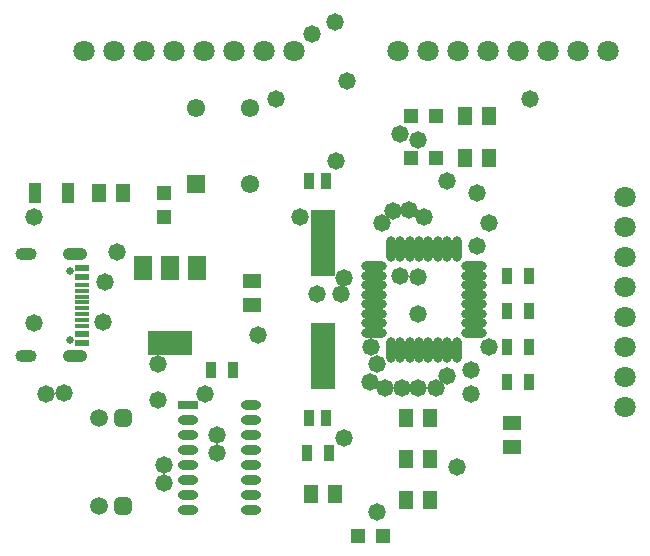
<source format=gts>
G04*
G04 #@! TF.GenerationSoftware,Altium Limited,Altium Designer Develop,26.2.0 (10)*
G04*
G04 Layer_Color=8388736*
%FSLAX44Y44*%
%MOMM*%
G71*
G04*
G04 #@! TF.SameCoordinates,717AC42B-03D0-4F6F-A9B9-6B288F40F31D*
G04*
G04*
G04 #@! TF.FilePolarity,Negative*
G04*
G01*
G75*
%ADD14R,1.1938X1.1938*%
%ADD15R,1.2552X1.5562*%
%ADD16R,1.5562X1.2552*%
%ADD17R,0.9500X1.4000*%
%ADD20R,1.5000X2.0000*%
%ADD21R,1.0000X1.8000*%
%ADD22R,3.8000X2.0000*%
%ADD24R,1.1587X1.5082*%
%ADD25R,0.9500X1.3500*%
%ADD26R,1.2000X1.2000*%
%ADD27R,1.1500X0.6000*%
%ADD29R,1.2000X1.2000*%
%ADD30R,1.1500X0.3000*%
%ADD31R,2.1000X5.6000*%
%ADD32O,0.8032X2.1532*%
%ADD33O,2.1532X0.8032*%
%ADD34O,1.7032X0.8032*%
%ADD35R,1.7032X0.8032*%
%ADD36C,1.8032*%
G04:AMPARAMS|DCode=37|XSize=1.5032mm|YSize=1.5032mm|CornerRadius=0.4266mm|HoleSize=0mm|Usage=FLASHONLY|Rotation=0.000|XOffset=0mm|YOffset=0mm|HoleType=Round|Shape=RoundedRectangle|*
%AMROUNDEDRECTD37*
21,1,1.5032,0.6500,0,0,0.0*
21,1,0.6500,1.5032,0,0,0.0*
1,1,0.8532,0.3250,-0.3250*
1,1,0.8532,-0.3250,-0.3250*
1,1,0.8532,-0.3250,0.3250*
1,1,0.8532,0.3250,0.3250*
%
%ADD37ROUNDEDRECTD37*%
%ADD38C,1.5500*%
%ADD39C,1.5032*%
%ADD40R,1.5500X1.5500*%
%ADD41C,0.6500*%
G04:AMPARAMS|DCode=42|XSize=1mm|YSize=2.1mm|CornerRadius=0.5mm|HoleSize=0mm|Usage=FLASHONLY|Rotation=270.000|XOffset=0mm|YOffset=0mm|HoleType=Round|Shape=RoundedRectangle|*
%AMROUNDEDRECTD42*
21,1,1.0000,1.1000,0,0,270.0*
21,1,0.0000,2.1000,0,0,270.0*
1,1,1.0000,-0.5500,0.0000*
1,1,1.0000,-0.5500,0.0000*
1,1,1.0000,0.5500,0.0000*
1,1,1.0000,0.5500,0.0000*
%
%ADD42ROUNDEDRECTD42*%
G04:AMPARAMS|DCode=43|XSize=1mm|YSize=1.8mm|CornerRadius=0.5mm|HoleSize=0mm|Usage=FLASHONLY|Rotation=270.000|XOffset=0mm|YOffset=0mm|HoleType=Round|Shape=RoundedRectangle|*
%AMROUNDEDRECTD43*
21,1,1.0000,0.8000,0,0,270.0*
21,1,0.0000,1.8000,0,0,270.0*
1,1,1.0000,-0.4000,0.0000*
1,1,1.0000,-0.4000,0.0000*
1,1,1.0000,0.4000,0.0000*
1,1,1.0000,0.4000,0.0000*
%
%ADD43ROUNDEDRECTD43*%
%ADD44C,1.4732*%
D14*
X990287Y555000D02*
D03*
X969713D02*
D03*
D15*
X1030255Y655000D02*
D03*
X1009745D02*
D03*
X750000Y845000D02*
D03*
X770510D02*
D03*
X1080510Y910000D02*
D03*
X1080255Y875000D02*
D03*
X950255Y590000D02*
D03*
X929745D02*
D03*
X1060000Y910000D02*
D03*
X1059745Y875000D02*
D03*
D16*
X880000Y770510D02*
D03*
Y750000D02*
D03*
X1100000Y650255D02*
D03*
Y629745D02*
D03*
D17*
X1114250Y685000D02*
D03*
X1095750D02*
D03*
Y775000D02*
D03*
Y745000D02*
D03*
Y715000D02*
D03*
X1114250Y775000D02*
D03*
Y715000D02*
D03*
Y745000D02*
D03*
X845000Y695000D02*
D03*
X863500D02*
D03*
X945000Y625000D02*
D03*
X926500D02*
D03*
D20*
X810000Y781500D02*
D03*
X833000D02*
D03*
X787000D02*
D03*
D21*
X724000Y845000D02*
D03*
X696000D02*
D03*
D22*
X810000Y718500D02*
D03*
D24*
X1030267Y585000D02*
D03*
Y620000D02*
D03*
X1009733Y585000D02*
D03*
Y620000D02*
D03*
D25*
X942500Y855000D02*
D03*
Y655000D02*
D03*
X927500D02*
D03*
Y855000D02*
D03*
D26*
X805000Y824500D02*
D03*
Y845500D02*
D03*
D27*
X735900Y782000D02*
D03*
Y718000D02*
D03*
Y726000D02*
D03*
Y774000D02*
D03*
D29*
X1035500Y910000D02*
D03*
X1014500D02*
D03*
X1035500Y875000D02*
D03*
X1014500D02*
D03*
D30*
X735900Y732500D02*
D03*
Y737500D02*
D03*
Y742500D02*
D03*
Y747500D02*
D03*
Y752500D02*
D03*
Y757500D02*
D03*
Y762500D02*
D03*
Y767500D02*
D03*
D31*
X940000Y802500D02*
D03*
Y707500D02*
D03*
D32*
X1045000Y797500D02*
D03*
X1053000D02*
D03*
X1037000D02*
D03*
X997000D02*
D03*
X1005000D02*
D03*
X1013000D02*
D03*
X1021000D02*
D03*
X1029000D02*
D03*
X1053000Y712500D02*
D03*
X1045000D02*
D03*
X1037000D02*
D03*
X1029000D02*
D03*
X1021000D02*
D03*
X1013000D02*
D03*
X1005000D02*
D03*
X997000D02*
D03*
D33*
X1067500Y775000D02*
D03*
Y751000D02*
D03*
X982500Y759000D02*
D03*
Y743000D02*
D03*
X1067500Y735000D02*
D03*
Y759000D02*
D03*
X982500Y767000D02*
D03*
Y751000D02*
D03*
X1067500Y783000D02*
D03*
Y767000D02*
D03*
Y743000D02*
D03*
Y727000D02*
D03*
X982500D02*
D03*
Y735000D02*
D03*
Y775000D02*
D03*
Y783000D02*
D03*
D34*
X879000Y665800D02*
D03*
X825000Y653100D02*
D03*
Y640400D02*
D03*
Y627700D02*
D03*
Y615000D02*
D03*
Y602300D02*
D03*
Y589600D02*
D03*
Y576900D02*
D03*
X879000Y653100D02*
D03*
Y640400D02*
D03*
Y627700D02*
D03*
Y615000D02*
D03*
Y602300D02*
D03*
Y589600D02*
D03*
Y576900D02*
D03*
D35*
X825000Y665800D02*
D03*
D36*
X915400Y965000D02*
D03*
X890000D02*
D03*
X864600D02*
D03*
X839200D02*
D03*
X813800D02*
D03*
X788400D02*
D03*
X763000D02*
D03*
X737600D02*
D03*
X1181200D02*
D03*
X1155800D02*
D03*
X1130400D02*
D03*
X1105000D02*
D03*
X1079600D02*
D03*
X1054200D02*
D03*
X1028800D02*
D03*
X1003400D02*
D03*
X1195000Y664200D02*
D03*
Y689600D02*
D03*
Y715000D02*
D03*
Y740400D02*
D03*
Y765800D02*
D03*
Y791200D02*
D03*
Y816600D02*
D03*
Y842000D02*
D03*
D37*
X770000Y580000D02*
D03*
Y655000D02*
D03*
D38*
X877500Y917500D02*
D03*
X832500D02*
D03*
X877500Y852500D02*
D03*
D39*
X750000Y580000D02*
D03*
Y655000D02*
D03*
D40*
X832500Y852500D02*
D03*
D41*
X725150Y721100D02*
D03*
Y778900D02*
D03*
D42*
X730150Y706800D02*
D03*
Y793200D02*
D03*
D43*
X688350Y706800D02*
D03*
Y793200D02*
D03*
D44*
X979866Y685053D02*
D03*
X1020000Y680000D02*
D03*
X992600D02*
D03*
X1006300D02*
D03*
X1080000Y820000D02*
D03*
X950000Y990000D02*
D03*
X955000Y760000D02*
D03*
X935000D02*
D03*
X800000Y700000D02*
D03*
Y670000D02*
D03*
X957770Y773417D02*
D03*
X930000Y980000D02*
D03*
X950687Y872270D02*
D03*
X1070000Y800000D02*
D03*
X900000Y925000D02*
D03*
X765000Y795000D02*
D03*
X960000Y939950D02*
D03*
X1020000Y742674D02*
D03*
X1005000Y775000D02*
D03*
X1020000Y774380D02*
D03*
X885000Y725000D02*
D03*
X980673Y715066D02*
D03*
X1053475Y613101D02*
D03*
X957539Y637895D02*
D03*
X985000Y575000D02*
D03*
X695000Y735000D02*
D03*
X753542Y736350D02*
D03*
X705000Y675000D02*
D03*
X805000Y600000D02*
D03*
Y615000D02*
D03*
X720643Y676050D02*
D03*
X850000Y625000D02*
D03*
X840000Y675000D02*
D03*
X1020000Y890000D02*
D03*
X1115000Y925000D02*
D03*
X1070000Y845000D02*
D03*
X989876Y819864D02*
D03*
X1005000Y895000D02*
D03*
X999093Y830000D02*
D03*
X1045000Y855000D02*
D03*
X1012746Y831127D02*
D03*
X1025000Y825000D02*
D03*
X985000Y700000D02*
D03*
X920000Y825000D02*
D03*
X1035000Y680000D02*
D03*
X1065000Y675000D02*
D03*
X1045000Y690000D02*
D03*
X1065000Y695000D02*
D03*
X1080000Y715000D02*
D03*
X850000Y640000D02*
D03*
X695000Y825000D02*
D03*
X755000Y770000D02*
D03*
M02*

</source>
